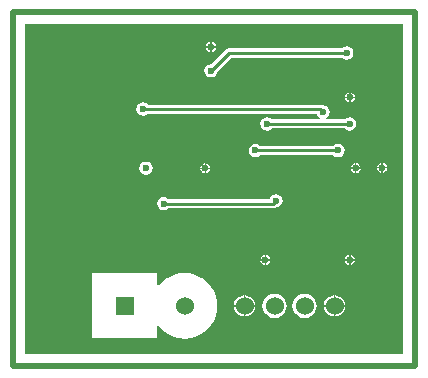
<source format=gbl>
G04*
G04 #@! TF.GenerationSoftware,Altium Limited,CircuitStudio,1.5.2 (1.5.2.30)*
G04*
G04 Layer_Physical_Order=2*
G04 Layer_Color=12500520*
%FSLAX44Y44*%
%MOMM*%
G71*
G01*
G75*
%ADD19C,0.2540*%
%ADD20C,0.5000*%
%ADD21C,1.5240*%
%ADD22R,1.5240X1.5240*%
%ADD23C,0.6000*%
G36*
X590000Y260000D02*
X270000D01*
Y540000D01*
X590000D01*
Y260000D01*
D02*
G37*
%LPC*%
G36*
X549255Y339350D02*
X545650D01*
Y335745D01*
X546678Y335950D01*
X548100Y336900D01*
X549050Y338322D01*
X549255Y339350D01*
D02*
G37*
G36*
X472850Y344255D02*
X471822Y344050D01*
X470400Y343100D01*
X469450Y341678D01*
X469245Y340650D01*
X472850D01*
Y344255D01*
D02*
G37*
G36*
X544350Y339350D02*
X540745D01*
X540950Y338322D01*
X541900Y336900D01*
X543322Y335950D01*
X544350Y335745D01*
Y339350D01*
D02*
G37*
G36*
X472850D02*
X469245D01*
X469450Y338322D01*
X470400Y336900D01*
X471822Y335950D01*
X472850Y335745D01*
Y339350D01*
D02*
G37*
G36*
X477755D02*
X474150D01*
Y335745D01*
X475178Y335950D01*
X476600Y336900D01*
X477551Y338322D01*
X477755Y339350D01*
D02*
G37*
G36*
X482500Y395649D02*
X480338Y395219D01*
X478506Y393994D01*
X477281Y392162D01*
X477127Y391385D01*
X391567D01*
X391494Y391494D01*
X389662Y392719D01*
X387500Y393148D01*
X385338Y392719D01*
X383506Y391494D01*
X382281Y389662D01*
X381852Y387500D01*
X382281Y385338D01*
X383506Y383506D01*
X385338Y382281D01*
X387500Y381852D01*
X389662Y382281D01*
X391494Y383506D01*
X391567Y383615D01*
X480000D01*
X481487Y383911D01*
X482227Y384406D01*
X482500Y384352D01*
X484662Y384781D01*
X486494Y386006D01*
X487719Y387838D01*
X488148Y390000D01*
X487719Y392162D01*
X486494Y393994D01*
X484662Y395219D01*
X482500Y395649D01*
D02*
G37*
G36*
X372500Y423148D02*
X370338Y422719D01*
X368506Y421494D01*
X367281Y419662D01*
X366852Y417500D01*
X367281Y415338D01*
X368506Y413506D01*
X370338Y412281D01*
X372500Y411851D01*
X374662Y412281D01*
X376494Y413506D01*
X377719Y415338D01*
X378148Y417500D01*
X377719Y419662D01*
X376494Y421494D01*
X374662Y422719D01*
X372500Y423148D01*
D02*
G37*
G36*
X545650Y344255D02*
Y340650D01*
X549255D01*
X549050Y341678D01*
X548100Y343100D01*
X546678Y344050D01*
X545650Y344255D01*
D02*
G37*
G36*
X474150D02*
Y340650D01*
X477755D01*
X477551Y341678D01*
X476600Y343100D01*
X475178Y344050D01*
X474150Y344255D01*
D02*
G37*
G36*
X544350D02*
X543322Y344050D01*
X541900Y343100D01*
X540950Y341678D01*
X540745Y340650D01*
X544350D01*
Y344255D01*
D02*
G37*
G36*
X405130Y328695D02*
X400796Y328354D01*
X396568Y327339D01*
X392552Y325676D01*
X388845Y323404D01*
X385539Y320581D01*
X383220Y317865D01*
X381950Y318334D01*
Y328610D01*
X326710D01*
Y273370D01*
X381950D01*
Y283646D01*
X383220Y284115D01*
X385539Y281399D01*
X388845Y278576D01*
X392552Y276304D01*
X396568Y274641D01*
X400796Y273626D01*
X405130Y273285D01*
X409464Y273626D01*
X413691Y274641D01*
X417708Y276304D01*
X421415Y278576D01*
X424721Y281399D01*
X427544Y284705D01*
X429816Y288412D01*
X431479Y292428D01*
X432494Y296656D01*
X432835Y300990D01*
X432494Y305324D01*
X431479Y309552D01*
X429816Y313568D01*
X427544Y317275D01*
X424721Y320581D01*
X421415Y323404D01*
X417708Y325676D01*
X413691Y327339D01*
X409464Y328354D01*
X405130Y328695D01*
D02*
G37*
G36*
X464841Y300340D02*
X456580D01*
Y292079D01*
X458259Y292300D01*
X460429Y293198D01*
X462292Y294628D01*
X463722Y296492D01*
X464620Y298661D01*
X464841Y300340D01*
D02*
G37*
G36*
X531480D02*
X523219D01*
X523440Y298661D01*
X524338Y296492D01*
X525768Y294628D01*
X527631Y293198D01*
X529801Y292300D01*
X531480Y292079D01*
Y300340D01*
D02*
G37*
G36*
X455280D02*
X447019D01*
X447240Y298661D01*
X448138Y296492D01*
X449568Y294628D01*
X451432Y293198D01*
X453601Y292300D01*
X455280Y292079D01*
Y300340D01*
D02*
G37*
G36*
X481330Y311238D02*
X478678Y310889D01*
X476206Y309865D01*
X474084Y308236D01*
X472455Y306114D01*
X471432Y303642D01*
X471082Y300990D01*
X471432Y298338D01*
X472455Y295866D01*
X474084Y293744D01*
X476206Y292115D01*
X478678Y291091D01*
X481330Y290742D01*
X483982Y291091D01*
X486454Y292115D01*
X488576Y293744D01*
X490205Y295866D01*
X491228Y298338D01*
X491578Y300990D01*
X491228Y303642D01*
X490205Y306114D01*
X488576Y308236D01*
X486454Y309865D01*
X483982Y310889D01*
X481330Y311238D01*
D02*
G37*
G36*
X506730D02*
X504078Y310889D01*
X501606Y309865D01*
X499484Y308236D01*
X497855Y306114D01*
X496832Y303642D01*
X496482Y300990D01*
X496832Y298338D01*
X497855Y295866D01*
X499484Y293744D01*
X501606Y292115D01*
X504078Y291091D01*
X506730Y290742D01*
X509382Y291091D01*
X511854Y292115D01*
X513976Y293744D01*
X515605Y295866D01*
X516628Y298338D01*
X516978Y300990D01*
X516628Y303642D01*
X515605Y306114D01*
X513976Y308236D01*
X511854Y309865D01*
X509382Y310889D01*
X506730Y311238D01*
D02*
G37*
G36*
X531480Y309901D02*
X529801Y309680D01*
X527631Y308782D01*
X525768Y307352D01*
X524338Y305488D01*
X523440Y303319D01*
X523219Y301640D01*
X531480D01*
Y309901D01*
D02*
G37*
G36*
X532780D02*
Y301640D01*
X541041D01*
X540820Y303319D01*
X539922Y305488D01*
X538492Y307352D01*
X536628Y308782D01*
X534459Y309680D01*
X532780Y309901D01*
D02*
G37*
G36*
X456580D02*
Y301640D01*
X464841D01*
X464620Y303319D01*
X463722Y305488D01*
X462292Y307352D01*
X460429Y308782D01*
X458259Y309680D01*
X456580Y309901D01*
D02*
G37*
G36*
X541041Y300340D02*
X532780D01*
Y292079D01*
X534459Y292300D01*
X536628Y293198D01*
X538492Y294628D01*
X539922Y296492D01*
X540820Y298661D01*
X541041Y300340D01*
D02*
G37*
G36*
X455280Y309901D02*
X453601Y309680D01*
X451432Y308782D01*
X449568Y307352D01*
X448138Y305488D01*
X447240Y303319D01*
X447019Y301640D01*
X455280D01*
Y309901D01*
D02*
G37*
G36*
X422060Y416640D02*
X418455D01*
X418660Y415612D01*
X419610Y414190D01*
X421032Y413240D01*
X422060Y413035D01*
Y416640D01*
D02*
G37*
G36*
X549255Y476850D02*
X545650D01*
Y473245D01*
X546678Y473449D01*
X548100Y474400D01*
X549050Y475822D01*
X549255Y476850D01*
D02*
G37*
G36*
X544350Y481755D02*
X543322Y481550D01*
X541900Y480600D01*
X540949Y479178D01*
X540745Y478150D01*
X544350D01*
Y481755D01*
D02*
G37*
G36*
Y476850D02*
X540745D01*
X540949Y475822D01*
X541900Y474400D01*
X543322Y473449D01*
X544350Y473245D01*
Y476850D01*
D02*
G37*
G36*
X535000Y438148D02*
X532838Y437719D01*
X531006Y436494D01*
X530933Y436385D01*
X469067D01*
X468994Y436494D01*
X467162Y437719D01*
X465000Y438148D01*
X462838Y437719D01*
X461006Y436494D01*
X459781Y434662D01*
X459352Y432500D01*
X459781Y430338D01*
X461006Y428506D01*
X462838Y427281D01*
X465000Y426852D01*
X467162Y427281D01*
X468994Y428506D01*
X469067Y428615D01*
X530933D01*
X531006Y428506D01*
X532838Y427281D01*
X535000Y426852D01*
X537162Y427281D01*
X538994Y428506D01*
X540219Y430338D01*
X540648Y432500D01*
X540219Y434662D01*
X538994Y436494D01*
X537162Y437719D01*
X535000Y438148D01*
D02*
G37*
G36*
X370000Y473148D02*
X367838Y472719D01*
X366006Y471494D01*
X364781Y469662D01*
X364352Y467500D01*
X364781Y465338D01*
X366006Y463506D01*
X367838Y462281D01*
X370000Y461852D01*
X372162Y462281D01*
X373994Y463506D01*
X374067Y463615D01*
X517127D01*
X517281Y462838D01*
X518506Y461006D01*
X519780Y460154D01*
X519394Y458885D01*
X479067D01*
X478994Y458994D01*
X477161Y460218D01*
X475000Y460648D01*
X472838Y460218D01*
X471006Y458994D01*
X469781Y457161D01*
X469351Y455000D01*
X469781Y452838D01*
X471006Y451006D01*
X472838Y449781D01*
X475000Y449351D01*
X477161Y449781D01*
X478994Y451006D01*
X479067Y451115D01*
X540933D01*
X541006Y451006D01*
X542838Y449781D01*
X545000Y449351D01*
X547161Y449781D01*
X548994Y451006D01*
X550218Y452838D01*
X550648Y455000D01*
X550218Y457161D01*
X548994Y458994D01*
X547161Y460218D01*
X545000Y460648D01*
X542838Y460218D01*
X541006Y458994D01*
X540933Y458885D01*
X525605D01*
X525220Y460154D01*
X526494Y461006D01*
X527718Y462838D01*
X528148Y465000D01*
X527718Y467161D01*
X526494Y468994D01*
X524661Y470218D01*
X522500Y470648D01*
X522227Y470594D01*
X521486Y471089D01*
X520000Y471385D01*
X374067D01*
X373994Y471494D01*
X372162Y472719D01*
X370000Y473148D01*
D02*
G37*
G36*
X545650Y481755D02*
Y478150D01*
X549255D01*
X549050Y479178D01*
X548100Y480600D01*
X546678Y481550D01*
X545650Y481755D01*
D02*
G37*
G36*
X426850Y524255D02*
X425822Y524050D01*
X424400Y523100D01*
X423450Y521678D01*
X423245Y520650D01*
X426850D01*
Y524255D01*
D02*
G37*
G36*
X428150D02*
Y520650D01*
X431755D01*
X431550Y521678D01*
X430600Y523100D01*
X429178Y524050D01*
X428150Y524255D01*
D02*
G37*
G36*
X431755Y519350D02*
X428150D01*
Y515745D01*
X429178Y515950D01*
X430600Y516900D01*
X431550Y518322D01*
X431755Y519350D01*
D02*
G37*
G36*
X542500Y520648D02*
X540338Y520218D01*
X538506Y518994D01*
X538433Y518885D01*
X442500D01*
X441013Y518589D01*
X439753Y517747D01*
X427629Y505623D01*
X427500Y505648D01*
X425338Y505218D01*
X423506Y503994D01*
X422281Y502161D01*
X421851Y500000D01*
X422281Y497838D01*
X423506Y496006D01*
X425338Y494781D01*
X427500Y494351D01*
X429661Y494781D01*
X431494Y496006D01*
X432718Y497838D01*
X433148Y500000D01*
X433123Y500129D01*
X444109Y511115D01*
X538433D01*
X538506Y511006D01*
X540338Y509781D01*
X542500Y509351D01*
X544661Y509781D01*
X546494Y511006D01*
X547718Y512838D01*
X548148Y515000D01*
X547718Y517161D01*
X546494Y518994D01*
X544661Y520218D01*
X542500Y520648D01*
D02*
G37*
G36*
X426850Y519350D02*
X423245D01*
X423450Y518322D01*
X424400Y516900D01*
X425822Y515950D01*
X426850Y515745D01*
Y519350D01*
D02*
G37*
G36*
X571850Y417370D02*
X568245D01*
X568450Y416342D01*
X569400Y414920D01*
X570822Y413969D01*
X571850Y413765D01*
Y417370D01*
D02*
G37*
G36*
X576755D02*
X573150D01*
Y413765D01*
X574178Y413969D01*
X575600Y414920D01*
X576550Y416342D01*
X576755Y417370D01*
D02*
G37*
G36*
X554255Y416850D02*
X550650D01*
Y413245D01*
X551678Y413450D01*
X553100Y414400D01*
X554050Y415822D01*
X554255Y416850D01*
D02*
G37*
G36*
X426965Y416640D02*
X423360D01*
Y413035D01*
X424388Y413240D01*
X425810Y414190D01*
X426761Y415612D01*
X426965Y416640D01*
D02*
G37*
G36*
X549350Y416850D02*
X545745D01*
X545950Y415822D01*
X546900Y414400D01*
X548322Y413450D01*
X549350Y413245D01*
Y416850D01*
D02*
G37*
G36*
X422060Y421545D02*
X421032Y421340D01*
X419610Y420390D01*
X418660Y418968D01*
X418455Y417940D01*
X422060D01*
Y421545D01*
D02*
G37*
G36*
X571850Y422275D02*
X570822Y422071D01*
X569400Y421120D01*
X568450Y419698D01*
X568245Y418670D01*
X571850D01*
Y422275D01*
D02*
G37*
G36*
X573150D02*
Y418670D01*
X576755D01*
X576550Y419698D01*
X575600Y421120D01*
X574178Y422071D01*
X573150Y422275D01*
D02*
G37*
G36*
X550650Y421755D02*
Y418150D01*
X554255D01*
X554050Y419178D01*
X553100Y420600D01*
X551678Y421550D01*
X550650Y421755D01*
D02*
G37*
G36*
X423360Y421545D02*
Y417940D01*
X426965D01*
X426761Y418968D01*
X425810Y420390D01*
X424388Y421340D01*
X423360Y421545D01*
D02*
G37*
G36*
X549350Y421755D02*
X548322Y421550D01*
X546900Y420600D01*
X545950Y419178D01*
X545745Y418150D01*
X549350D01*
Y421755D01*
D02*
G37*
%LPD*%
D19*
X475000Y455000D02*
X545000D01*
X520000Y467500D02*
X522500Y465000D01*
X465000Y432500D02*
X535000D01*
X442500Y515000D02*
X542500D01*
X427500Y500000D02*
X442500Y515000D01*
X480000Y387500D02*
X482500Y390000D01*
X387500Y387500D02*
X480000D01*
X370000Y467500D02*
X520000D01*
D20*
X260000Y250000D02*
X600000D01*
Y550000D01*
X260000D02*
X600000D01*
X260000Y250000D02*
Y550000D01*
D21*
X481330Y300990D02*
D03*
X455930D02*
D03*
X405130D02*
D03*
X506730D02*
D03*
X532130D02*
D03*
D22*
X354330D02*
D03*
D23*
X475000Y455000D02*
D03*
X522500Y465000D02*
D03*
X545000Y455000D02*
D03*
X535000Y432500D02*
D03*
X545000Y477500D02*
D03*
X542500Y515000D02*
D03*
X427500Y500000D02*
D03*
X465000Y432500D02*
D03*
X427500Y520000D02*
D03*
X387500Y387500D02*
D03*
X482500Y390000D02*
D03*
X372500Y417500D02*
D03*
X370000Y467500D02*
D03*
X422710Y417290D02*
D03*
X473500Y340000D02*
D03*
X572500Y418020D02*
D03*
X550000Y417500D02*
D03*
X545000Y340000D02*
D03*
M02*

</source>
